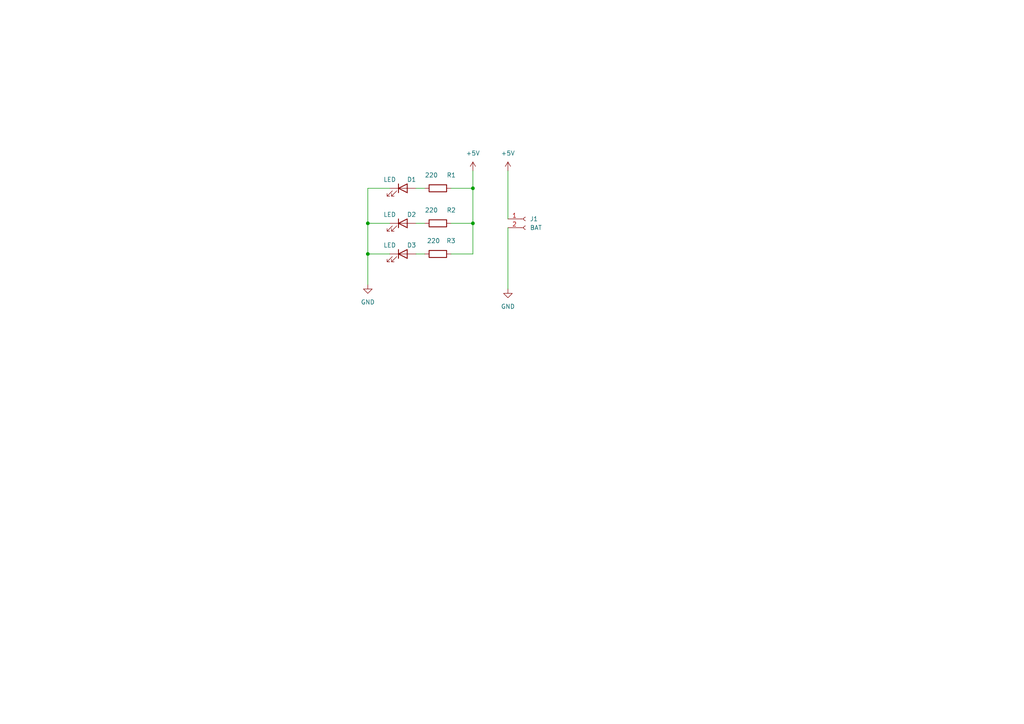
<source format=kicad_sch>
(kicad_sch (version 20211123) (generator eeschema)
  (paper "A4")
  (lib_symbols
    (symbol "Connector:Conn_01x02_Female" (pin_names (offset 1.016) hide)
      (property "Reference" "J" (at 0 2.54 0))
      (property "Value" "Conn_01x02_Female" (at 0 -5.08 0))
      (symbol "Conn_01x02_Female_1_1"
        (arc (start 0 -2.032) (mid -0.508 -2.54) (end 0 -3.048) (stroke (width 0.1524)))
        (polyline (pts (xy -1.27 -2.54) (xy -0.508 -2.54)) (stroke (width 0.1524)))
        (polyline (pts (xy -1.27 0) (xy -0.508 0)) (stroke (width 0.1524)))
        (arc (start 0 0.508) (mid -0.508 0) (end 0 -0.508) (stroke (width 0.1524)))
        (pin passive line (at -5.08 0 0) (length 3.81) (name "Pin_1") (number "1"))
        (pin passive line (at -5.08 -2.54 0) (length 3.81) (name "Pin_2") (number "2"))
      )
    )
    (symbol "Device:LED" (pin_numbers hide) (pin_names (offset 1.016) hide)
      (property "Reference" "D" (at 0 2.54 0))
      (property "Value" "LED" (at 0 -2.54 0))
      (symbol "LED_0_1"
        (polyline (pts (xy -1.27 -1.27) (xy -1.27 1.27)) (stroke (width 0.254)))
        (polyline (pts (xy -1.27 0) (xy 1.27 0)))
        (polyline (pts (xy 1.27 -1.27) (xy 1.27 1.27) (xy -1.27 0) (xy 1.27 -1.27)) (stroke (width 0.254)))
        (polyline (pts (xy -3.048 -0.762) (xy -4.572 -2.286) (xy -3.81 -2.286) (xy -4.572 -2.286) (xy -4.572 -1.524)))
        (polyline (pts (xy -1.778 -0.762) (xy -3.302 -2.286) (xy -2.54 -2.286) (xy -3.302 -2.286) (xy -3.302 -1.524)))
      )
      (symbol "LED_1_1"
        (pin passive line (at -3.81 0 0) (length 2.54) (name "K") (number "1"))
        (pin passive line (at 3.81 0 180) (length 2.54) (name "A") (number "2"))
      )
    )
    (symbol "Device:R" (pin_numbers hide) (pin_names (offset 0))
      (property "Reference" "R" (at 2.032 0 90))
      (property "Value" "R" (at 0 0 90))
      (symbol "R_0_1"
        (rectangle (start -1.016 -2.54) (end 1.016 2.54) (stroke (width 0.254)))
      )
      (symbol "R_1_1"
        (pin passive line (at 0 3.81 270) (length 1.27) (name "~") (number "1"))
        (pin passive line (at 0 -3.81 90) (length 1.27) (name "~") (number "2"))
      )
    )
    (symbol "power:+5V" (power) (pin_names (offset 0))
      (property "Value" "+5V" (at 0 3.556 0))
      (symbol "+5V_0_1"
        (polyline (pts (xy -0.762 1.27) (xy 0 2.54)))
        (polyline (pts (xy 0 0) (xy 0 2.54)))
        (polyline (pts (xy 0 2.54) (xy 0.762 1.27)))
      )
      (symbol "+5V_1_1"
        (pin power_in line (at 0 0 90) (length 0) hide (name "+5V") (number "1"))
      )
    )
    (symbol "power:GND" (power) (pin_names (offset 0))
      (property "Value" "GND" (at 0 -3.81 0))
      (symbol "GND_0_1"
        (polyline (pts (xy 0 0) (xy 0 -1.27) (xy 1.27 -1.27) (xy 0 -2.54) (xy -1.27 -1.27) (xy 0 -1.27)))
      )
      (symbol "GND_1_1"
        (pin power_in line (at 0 0 270) (length 0) hide (name "GND") (number "1"))
      )
    )
  )
  (junction (at 137.16 64.77))
  (junction (at 137.16 54.61))
  (junction (at 106.68 64.77))
  (junction (at 106.68 73.66))
  (wire (pts (xy 130.81 54.61) (xy 137.16 54.61)))
  (wire (pts (xy 137.16 64.77) (xy 137.16 73.66)))
  (wire (pts (xy 130.81 64.77) (xy 137.16 64.77)))
  (wire (pts (xy 137.16 54.61) (xy 137.16 64.77)))
  (wire (pts (xy 120.65 54.61) (xy 123.19 54.61)))
  (wire (pts (xy 106.68 73.66) (xy 106.68 82.55)))
  (wire (pts (xy 106.68 73.66) (xy 113.03 73.66)))
  (wire (pts (xy 106.68 54.61) (xy 106.68 64.77)))
  (wire (pts (xy 120.65 73.66) (xy 123.19 73.66)))
  (wire (pts (xy 147.32 66.04) (xy 147.32 83.82)))
  (wire (pts (xy 120.65 64.77) (xy 123.19 64.77)))
  (wire (pts (xy 106.68 64.77) (xy 113.03 64.77)))
  (wire (pts (xy 147.32 49.53) (xy 147.32 63.5)))
  (wire (pts (xy 113.03 54.61) (xy 106.68 54.61)))
  (wire (pts (xy 137.16 49.53) (xy 137.16 54.61)))
  (wire (pts (xy 106.68 64.77) (xy 106.68 73.66)))
  (wire (pts (xy 130.81 73.66) (xy 137.16 73.66)))
  (symbol (lib_id "Device:LED") (at 116.84 54.61 0) (unit 1)
    (property "Reference" "D1" (at 119.38 52.07 0))
    (property "Value" "LED" (at 113.03 52.07 0))
    (property "Footprint" "LED_THT:LED_D5.0mm" (effects hide))
  )
  (symbol (lib_id "power:GND") (at 147.32 83.82 0) (unit 1)
    (property "Reference" "#PWR0104" (effects hide))
    (property "Value" "GND" (at 147.32 88.9 0))
  )
  (symbol (lib_id "power:+5V") (at 147.32 49.53 0) (unit 1)
    (property "Reference" "#PWR0102" (effects hide))
    (property "Value" "+5V" (at 147.32 44.45 0))
  )
  (symbol (lib_id "Device:R") (at 127 73.66 270) (unit 1)
    (property "Reference" "R3" (at 130.81 69.85 90))
    (property "Value" "220" (at 125.73 69.85 90))
    (property "Footprint" "Resistor_THT:R_Axial_DIN0207_L6.3mm_D2.5mm_P7.62mm_Horizontal" (effects hide))
  )
  (symbol (lib_id "Device:R") (at 127 54.61 270) (unit 1)
    (property "Reference" "R1" (at 129.54 50.8 90) (effects (justify left)))
    (property "Value" "220" (at 123.19 50.8 90) (effects (justify left)))
    (property "Footprint" "Resistor_THT:R_Axial_DIN0207_L6.3mm_D2.5mm_P7.62mm_Horizontal" (effects hide))
  )
  (symbol (lib_id "Device:LED") (at 116.84 64.77 0) (unit 1)
    (property "Reference" "D2" (at 119.38 62.23 0))
    (property "Value" "LED" (at 113.03 62.23 0))
    (property "Footprint" "LED_THT:LED_D5.0mm" (effects hide))
  )
  (symbol (lib_id "Connector:Conn_01x02_Female") (at 152.4 63.5 0) (unit 1)
    (property "Reference" "J1" (at 153.67 63.4999 0) (effects (justify left)))
    (property "Value" "BAT" (at 153.67 66.0399 0) (effects (justify left)))
    (property "Footprint" "Connector_Molex:Molex_SPOX_5267-02A_1x02_P2.50mm_Vertical" (effects hide))
  )
  (symbol (lib_id "power:+5V") (at 137.16 49.53 0) (unit 1)
    (property "Reference" "#PWR0103" (effects hide))
    (property "Value" "+5V" (at 137.16 44.45 0))
  )
  (symbol (lib_id "power:GND") (at 106.68 82.55 0) (unit 1)
    (property "Reference" "#PWR0101" (effects hide))
    (property "Value" "GND" (at 106.68 87.63 0))
  )
  (symbol (lib_id "Device:R") (at 127 64.77 270) (unit 1)
    (property "Reference" "R2" (at 129.54 60.96 90) (effects (justify left)))
    (property "Value" "220" (at 123.19 60.96 90) (effects (justify left)))
    (property "Footprint" "Resistor_THT:R_Axial_DIN0207_L6.3mm_D2.5mm_P7.62mm_Horizontal" (effects hide))
  )
  (symbol (lib_id "Device:LED") (at 116.84 73.66 0) (unit 1)
    (property "Reference" "D3" (at 119.38 71.12 0))
    (property "Value" "LED" (at 113.03 71.12 0))
    (property "Footprint" "LED_THT:LED_D5.0mm" (effects hide))
  )
)
</source>
